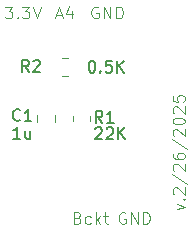
<source format=gbr>
%TF.GenerationSoftware,KiCad,Pcbnew,9.0.0*%
%TF.CreationDate,2025-09-22T19:59:37-07:00*%
%TF.ProjectId,eDNA Tipping Bucket,65444e41-2054-4697-9070-696e67204275,rev?*%
%TF.SameCoordinates,Original*%
%TF.FileFunction,Legend,Top*%
%TF.FilePolarity,Positive*%
%FSLAX46Y46*%
G04 Gerber Fmt 4.6, Leading zero omitted, Abs format (unit mm)*
G04 Created by KiCad (PCBNEW 9.0.0) date 2025-09-22 19:59:37*
%MOMM*%
%LPD*%
G01*
G04 APERTURE LIST*
%ADD10C,0.100000*%
%ADD11C,0.150000*%
%ADD12C,0.120000*%
G04 APERTURE END LIST*
D10*
X142981265Y-86736704D02*
X143457455Y-86736704D01*
X142886027Y-87022419D02*
X143219360Y-86022419D01*
X143219360Y-86022419D02*
X143552693Y-87022419D01*
X144314598Y-86355752D02*
X144314598Y-87022419D01*
X144076503Y-85974800D02*
X143838408Y-86689085D01*
X143838408Y-86689085D02*
X144457455Y-86689085D01*
X138683646Y-86022419D02*
X139302693Y-86022419D01*
X139302693Y-86022419D02*
X138969360Y-86403371D01*
X138969360Y-86403371D02*
X139112217Y-86403371D01*
X139112217Y-86403371D02*
X139207455Y-86450990D01*
X139207455Y-86450990D02*
X139255074Y-86498609D01*
X139255074Y-86498609D02*
X139302693Y-86593847D01*
X139302693Y-86593847D02*
X139302693Y-86831942D01*
X139302693Y-86831942D02*
X139255074Y-86927180D01*
X139255074Y-86927180D02*
X139207455Y-86974800D01*
X139207455Y-86974800D02*
X139112217Y-87022419D01*
X139112217Y-87022419D02*
X138826503Y-87022419D01*
X138826503Y-87022419D02*
X138731265Y-86974800D01*
X138731265Y-86974800D02*
X138683646Y-86927180D01*
X139731265Y-86927180D02*
X139778884Y-86974800D01*
X139778884Y-86974800D02*
X139731265Y-87022419D01*
X139731265Y-87022419D02*
X139683646Y-86974800D01*
X139683646Y-86974800D02*
X139731265Y-86927180D01*
X139731265Y-86927180D02*
X139731265Y-87022419D01*
X140112217Y-86022419D02*
X140731264Y-86022419D01*
X140731264Y-86022419D02*
X140397931Y-86403371D01*
X140397931Y-86403371D02*
X140540788Y-86403371D01*
X140540788Y-86403371D02*
X140636026Y-86450990D01*
X140636026Y-86450990D02*
X140683645Y-86498609D01*
X140683645Y-86498609D02*
X140731264Y-86593847D01*
X140731264Y-86593847D02*
X140731264Y-86831942D01*
X140731264Y-86831942D02*
X140683645Y-86927180D01*
X140683645Y-86927180D02*
X140636026Y-86974800D01*
X140636026Y-86974800D02*
X140540788Y-87022419D01*
X140540788Y-87022419D02*
X140255074Y-87022419D01*
X140255074Y-87022419D02*
X140159836Y-86974800D01*
X140159836Y-86974800D02*
X140112217Y-86927180D01*
X141016979Y-86022419D02*
X141350312Y-87022419D01*
X141350312Y-87022419D02*
X141683645Y-86022419D01*
X144812217Y-103898609D02*
X144955074Y-103946228D01*
X144955074Y-103946228D02*
X145002693Y-103993847D01*
X145002693Y-103993847D02*
X145050312Y-104089085D01*
X145050312Y-104089085D02*
X145050312Y-104231942D01*
X145050312Y-104231942D02*
X145002693Y-104327180D01*
X145002693Y-104327180D02*
X144955074Y-104374800D01*
X144955074Y-104374800D02*
X144859836Y-104422419D01*
X144859836Y-104422419D02*
X144478884Y-104422419D01*
X144478884Y-104422419D02*
X144478884Y-103422419D01*
X144478884Y-103422419D02*
X144812217Y-103422419D01*
X144812217Y-103422419D02*
X144907455Y-103470038D01*
X144907455Y-103470038D02*
X144955074Y-103517657D01*
X144955074Y-103517657D02*
X145002693Y-103612895D01*
X145002693Y-103612895D02*
X145002693Y-103708133D01*
X145002693Y-103708133D02*
X144955074Y-103803371D01*
X144955074Y-103803371D02*
X144907455Y-103850990D01*
X144907455Y-103850990D02*
X144812217Y-103898609D01*
X144812217Y-103898609D02*
X144478884Y-103898609D01*
X145907455Y-104374800D02*
X145812217Y-104422419D01*
X145812217Y-104422419D02*
X145621741Y-104422419D01*
X145621741Y-104422419D02*
X145526503Y-104374800D01*
X145526503Y-104374800D02*
X145478884Y-104327180D01*
X145478884Y-104327180D02*
X145431265Y-104231942D01*
X145431265Y-104231942D02*
X145431265Y-103946228D01*
X145431265Y-103946228D02*
X145478884Y-103850990D01*
X145478884Y-103850990D02*
X145526503Y-103803371D01*
X145526503Y-103803371D02*
X145621741Y-103755752D01*
X145621741Y-103755752D02*
X145812217Y-103755752D01*
X145812217Y-103755752D02*
X145907455Y-103803371D01*
X146336027Y-104422419D02*
X146336027Y-103422419D01*
X146431265Y-104041466D02*
X146716979Y-104422419D01*
X146716979Y-103755752D02*
X146336027Y-104136704D01*
X147002694Y-103755752D02*
X147383646Y-103755752D01*
X147145551Y-103422419D02*
X147145551Y-104279561D01*
X147145551Y-104279561D02*
X147193170Y-104374800D01*
X147193170Y-104374800D02*
X147288408Y-104422419D01*
X147288408Y-104422419D02*
X147383646Y-104422419D01*
X148852693Y-103470038D02*
X148757455Y-103422419D01*
X148757455Y-103422419D02*
X148614598Y-103422419D01*
X148614598Y-103422419D02*
X148471741Y-103470038D01*
X148471741Y-103470038D02*
X148376503Y-103565276D01*
X148376503Y-103565276D02*
X148328884Y-103660514D01*
X148328884Y-103660514D02*
X148281265Y-103850990D01*
X148281265Y-103850990D02*
X148281265Y-103993847D01*
X148281265Y-103993847D02*
X148328884Y-104184323D01*
X148328884Y-104184323D02*
X148376503Y-104279561D01*
X148376503Y-104279561D02*
X148471741Y-104374800D01*
X148471741Y-104374800D02*
X148614598Y-104422419D01*
X148614598Y-104422419D02*
X148709836Y-104422419D01*
X148709836Y-104422419D02*
X148852693Y-104374800D01*
X148852693Y-104374800D02*
X148900312Y-104327180D01*
X148900312Y-104327180D02*
X148900312Y-103993847D01*
X148900312Y-103993847D02*
X148709836Y-103993847D01*
X149328884Y-104422419D02*
X149328884Y-103422419D01*
X149328884Y-103422419D02*
X149900312Y-104422419D01*
X149900312Y-104422419D02*
X149900312Y-103422419D01*
X150376503Y-104422419D02*
X150376503Y-103422419D01*
X150376503Y-103422419D02*
X150614598Y-103422419D01*
X150614598Y-103422419D02*
X150757455Y-103470038D01*
X150757455Y-103470038D02*
X150852693Y-103565276D01*
X150852693Y-103565276D02*
X150900312Y-103660514D01*
X150900312Y-103660514D02*
X150947931Y-103850990D01*
X150947931Y-103850990D02*
X150947931Y-103993847D01*
X150947931Y-103993847D02*
X150900312Y-104184323D01*
X150900312Y-104184323D02*
X150852693Y-104279561D01*
X150852693Y-104279561D02*
X150757455Y-104374800D01*
X150757455Y-104374800D02*
X150614598Y-104422419D01*
X150614598Y-104422419D02*
X150376503Y-104422419D01*
X146552693Y-86070038D02*
X146457455Y-86022419D01*
X146457455Y-86022419D02*
X146314598Y-86022419D01*
X146314598Y-86022419D02*
X146171741Y-86070038D01*
X146171741Y-86070038D02*
X146076503Y-86165276D01*
X146076503Y-86165276D02*
X146028884Y-86260514D01*
X146028884Y-86260514D02*
X145981265Y-86450990D01*
X145981265Y-86450990D02*
X145981265Y-86593847D01*
X145981265Y-86593847D02*
X146028884Y-86784323D01*
X146028884Y-86784323D02*
X146076503Y-86879561D01*
X146076503Y-86879561D02*
X146171741Y-86974800D01*
X146171741Y-86974800D02*
X146314598Y-87022419D01*
X146314598Y-87022419D02*
X146409836Y-87022419D01*
X146409836Y-87022419D02*
X146552693Y-86974800D01*
X146552693Y-86974800D02*
X146600312Y-86927180D01*
X146600312Y-86927180D02*
X146600312Y-86593847D01*
X146600312Y-86593847D02*
X146409836Y-86593847D01*
X147028884Y-87022419D02*
X147028884Y-86022419D01*
X147028884Y-86022419D02*
X147600312Y-87022419D01*
X147600312Y-87022419D02*
X147600312Y-86022419D01*
X148076503Y-87022419D02*
X148076503Y-86022419D01*
X148076503Y-86022419D02*
X148314598Y-86022419D01*
X148314598Y-86022419D02*
X148457455Y-86070038D01*
X148457455Y-86070038D02*
X148552693Y-86165276D01*
X148552693Y-86165276D02*
X148600312Y-86260514D01*
X148600312Y-86260514D02*
X148647931Y-86450990D01*
X148647931Y-86450990D02*
X148647931Y-86593847D01*
X148647931Y-86593847D02*
X148600312Y-86784323D01*
X148600312Y-86784323D02*
X148552693Y-86879561D01*
X148552693Y-86879561D02*
X148457455Y-86974800D01*
X148457455Y-86974800D02*
X148314598Y-87022419D01*
X148314598Y-87022419D02*
X148076503Y-87022419D01*
X153205752Y-103191353D02*
X153872419Y-102953258D01*
X153872419Y-102953258D02*
X153205752Y-102715163D01*
X153777180Y-102334210D02*
X153824800Y-102286591D01*
X153824800Y-102286591D02*
X153872419Y-102334210D01*
X153872419Y-102334210D02*
X153824800Y-102381829D01*
X153824800Y-102381829D02*
X153777180Y-102334210D01*
X153777180Y-102334210D02*
X153872419Y-102334210D01*
X152967657Y-101905639D02*
X152920038Y-101858020D01*
X152920038Y-101858020D02*
X152872419Y-101762782D01*
X152872419Y-101762782D02*
X152872419Y-101524687D01*
X152872419Y-101524687D02*
X152920038Y-101429449D01*
X152920038Y-101429449D02*
X152967657Y-101381830D01*
X152967657Y-101381830D02*
X153062895Y-101334211D01*
X153062895Y-101334211D02*
X153158133Y-101334211D01*
X153158133Y-101334211D02*
X153300990Y-101381830D01*
X153300990Y-101381830D02*
X153872419Y-101953258D01*
X153872419Y-101953258D02*
X153872419Y-101334211D01*
X152824800Y-100191354D02*
X154110514Y-101048496D01*
X152967657Y-99905639D02*
X152920038Y-99858020D01*
X152920038Y-99858020D02*
X152872419Y-99762782D01*
X152872419Y-99762782D02*
X152872419Y-99524687D01*
X152872419Y-99524687D02*
X152920038Y-99429449D01*
X152920038Y-99429449D02*
X152967657Y-99381830D01*
X152967657Y-99381830D02*
X153062895Y-99334211D01*
X153062895Y-99334211D02*
X153158133Y-99334211D01*
X153158133Y-99334211D02*
X153300990Y-99381830D01*
X153300990Y-99381830D02*
X153872419Y-99953258D01*
X153872419Y-99953258D02*
X153872419Y-99334211D01*
X152872419Y-98477068D02*
X152872419Y-98667544D01*
X152872419Y-98667544D02*
X152920038Y-98762782D01*
X152920038Y-98762782D02*
X152967657Y-98810401D01*
X152967657Y-98810401D02*
X153110514Y-98905639D01*
X153110514Y-98905639D02*
X153300990Y-98953258D01*
X153300990Y-98953258D02*
X153681942Y-98953258D01*
X153681942Y-98953258D02*
X153777180Y-98905639D01*
X153777180Y-98905639D02*
X153824800Y-98858020D01*
X153824800Y-98858020D02*
X153872419Y-98762782D01*
X153872419Y-98762782D02*
X153872419Y-98572306D01*
X153872419Y-98572306D02*
X153824800Y-98477068D01*
X153824800Y-98477068D02*
X153777180Y-98429449D01*
X153777180Y-98429449D02*
X153681942Y-98381830D01*
X153681942Y-98381830D02*
X153443847Y-98381830D01*
X153443847Y-98381830D02*
X153348609Y-98429449D01*
X153348609Y-98429449D02*
X153300990Y-98477068D01*
X153300990Y-98477068D02*
X153253371Y-98572306D01*
X153253371Y-98572306D02*
X153253371Y-98762782D01*
X153253371Y-98762782D02*
X153300990Y-98858020D01*
X153300990Y-98858020D02*
X153348609Y-98905639D01*
X153348609Y-98905639D02*
X153443847Y-98953258D01*
X152824800Y-97238973D02*
X154110514Y-98096115D01*
X152967657Y-96953258D02*
X152920038Y-96905639D01*
X152920038Y-96905639D02*
X152872419Y-96810401D01*
X152872419Y-96810401D02*
X152872419Y-96572306D01*
X152872419Y-96572306D02*
X152920038Y-96477068D01*
X152920038Y-96477068D02*
X152967657Y-96429449D01*
X152967657Y-96429449D02*
X153062895Y-96381830D01*
X153062895Y-96381830D02*
X153158133Y-96381830D01*
X153158133Y-96381830D02*
X153300990Y-96429449D01*
X153300990Y-96429449D02*
X153872419Y-97000877D01*
X153872419Y-97000877D02*
X153872419Y-96381830D01*
X152872419Y-95762782D02*
X152872419Y-95667544D01*
X152872419Y-95667544D02*
X152920038Y-95572306D01*
X152920038Y-95572306D02*
X152967657Y-95524687D01*
X152967657Y-95524687D02*
X153062895Y-95477068D01*
X153062895Y-95477068D02*
X153253371Y-95429449D01*
X153253371Y-95429449D02*
X153491466Y-95429449D01*
X153491466Y-95429449D02*
X153681942Y-95477068D01*
X153681942Y-95477068D02*
X153777180Y-95524687D01*
X153777180Y-95524687D02*
X153824800Y-95572306D01*
X153824800Y-95572306D02*
X153872419Y-95667544D01*
X153872419Y-95667544D02*
X153872419Y-95762782D01*
X153872419Y-95762782D02*
X153824800Y-95858020D01*
X153824800Y-95858020D02*
X153777180Y-95905639D01*
X153777180Y-95905639D02*
X153681942Y-95953258D01*
X153681942Y-95953258D02*
X153491466Y-96000877D01*
X153491466Y-96000877D02*
X153253371Y-96000877D01*
X153253371Y-96000877D02*
X153062895Y-95953258D01*
X153062895Y-95953258D02*
X152967657Y-95905639D01*
X152967657Y-95905639D02*
X152920038Y-95858020D01*
X152920038Y-95858020D02*
X152872419Y-95762782D01*
X152967657Y-95048496D02*
X152920038Y-95000877D01*
X152920038Y-95000877D02*
X152872419Y-94905639D01*
X152872419Y-94905639D02*
X152872419Y-94667544D01*
X152872419Y-94667544D02*
X152920038Y-94572306D01*
X152920038Y-94572306D02*
X152967657Y-94524687D01*
X152967657Y-94524687D02*
X153062895Y-94477068D01*
X153062895Y-94477068D02*
X153158133Y-94477068D01*
X153158133Y-94477068D02*
X153300990Y-94524687D01*
X153300990Y-94524687D02*
X153872419Y-95096115D01*
X153872419Y-95096115D02*
X153872419Y-94477068D01*
X152872419Y-93572306D02*
X152872419Y-94048496D01*
X152872419Y-94048496D02*
X153348609Y-94096115D01*
X153348609Y-94096115D02*
X153300990Y-94048496D01*
X153300990Y-94048496D02*
X153253371Y-93953258D01*
X153253371Y-93953258D02*
X153253371Y-93715163D01*
X153253371Y-93715163D02*
X153300990Y-93619925D01*
X153300990Y-93619925D02*
X153348609Y-93572306D01*
X153348609Y-93572306D02*
X153443847Y-93524687D01*
X153443847Y-93524687D02*
X153681942Y-93524687D01*
X153681942Y-93524687D02*
X153777180Y-93572306D01*
X153777180Y-93572306D02*
X153824800Y-93619925D01*
X153824800Y-93619925D02*
X153872419Y-93715163D01*
X153872419Y-93715163D02*
X153872419Y-93953258D01*
X153872419Y-93953258D02*
X153824800Y-94048496D01*
X153824800Y-94048496D02*
X153777180Y-94096115D01*
D11*
X139958333Y-95609580D02*
X139910714Y-95657200D01*
X139910714Y-95657200D02*
X139767857Y-95704819D01*
X139767857Y-95704819D02*
X139672619Y-95704819D01*
X139672619Y-95704819D02*
X139529762Y-95657200D01*
X139529762Y-95657200D02*
X139434524Y-95561961D01*
X139434524Y-95561961D02*
X139386905Y-95466723D01*
X139386905Y-95466723D02*
X139339286Y-95276247D01*
X139339286Y-95276247D02*
X139339286Y-95133390D01*
X139339286Y-95133390D02*
X139386905Y-94942914D01*
X139386905Y-94942914D02*
X139434524Y-94847676D01*
X139434524Y-94847676D02*
X139529762Y-94752438D01*
X139529762Y-94752438D02*
X139672619Y-94704819D01*
X139672619Y-94704819D02*
X139767857Y-94704819D01*
X139767857Y-94704819D02*
X139910714Y-94752438D01*
X139910714Y-94752438D02*
X139958333Y-94800057D01*
X140910714Y-95704819D02*
X140339286Y-95704819D01*
X140625000Y-95704819D02*
X140625000Y-94704819D01*
X140625000Y-94704819D02*
X140529762Y-94847676D01*
X140529762Y-94847676D02*
X140434524Y-94942914D01*
X140434524Y-94942914D02*
X140339286Y-94990533D01*
X139958333Y-97204819D02*
X139386905Y-97204819D01*
X139672619Y-97204819D02*
X139672619Y-96204819D01*
X139672619Y-96204819D02*
X139577381Y-96347676D01*
X139577381Y-96347676D02*
X139482143Y-96442914D01*
X139482143Y-96442914D02*
X139386905Y-96490533D01*
X140815476Y-96538152D02*
X140815476Y-97204819D01*
X140386905Y-96538152D02*
X140386905Y-97061961D01*
X140386905Y-97061961D02*
X140434524Y-97157200D01*
X140434524Y-97157200D02*
X140529762Y-97204819D01*
X140529762Y-97204819D02*
X140672619Y-97204819D01*
X140672619Y-97204819D02*
X140767857Y-97157200D01*
X140767857Y-97157200D02*
X140815476Y-97109580D01*
X146908333Y-95854819D02*
X146575000Y-95378628D01*
X146336905Y-95854819D02*
X146336905Y-94854819D01*
X146336905Y-94854819D02*
X146717857Y-94854819D01*
X146717857Y-94854819D02*
X146813095Y-94902438D01*
X146813095Y-94902438D02*
X146860714Y-94950057D01*
X146860714Y-94950057D02*
X146908333Y-95045295D01*
X146908333Y-95045295D02*
X146908333Y-95188152D01*
X146908333Y-95188152D02*
X146860714Y-95283390D01*
X146860714Y-95283390D02*
X146813095Y-95331009D01*
X146813095Y-95331009D02*
X146717857Y-95378628D01*
X146717857Y-95378628D02*
X146336905Y-95378628D01*
X147860714Y-95854819D02*
X147289286Y-95854819D01*
X147575000Y-95854819D02*
X147575000Y-94854819D01*
X147575000Y-94854819D02*
X147479762Y-94997676D01*
X147479762Y-94997676D02*
X147384524Y-95092914D01*
X147384524Y-95092914D02*
X147289286Y-95140533D01*
X146313095Y-96350057D02*
X146360714Y-96302438D01*
X146360714Y-96302438D02*
X146455952Y-96254819D01*
X146455952Y-96254819D02*
X146694047Y-96254819D01*
X146694047Y-96254819D02*
X146789285Y-96302438D01*
X146789285Y-96302438D02*
X146836904Y-96350057D01*
X146836904Y-96350057D02*
X146884523Y-96445295D01*
X146884523Y-96445295D02*
X146884523Y-96540533D01*
X146884523Y-96540533D02*
X146836904Y-96683390D01*
X146836904Y-96683390D02*
X146265476Y-97254819D01*
X146265476Y-97254819D02*
X146884523Y-97254819D01*
X147265476Y-96350057D02*
X147313095Y-96302438D01*
X147313095Y-96302438D02*
X147408333Y-96254819D01*
X147408333Y-96254819D02*
X147646428Y-96254819D01*
X147646428Y-96254819D02*
X147741666Y-96302438D01*
X147741666Y-96302438D02*
X147789285Y-96350057D01*
X147789285Y-96350057D02*
X147836904Y-96445295D01*
X147836904Y-96445295D02*
X147836904Y-96540533D01*
X147836904Y-96540533D02*
X147789285Y-96683390D01*
X147789285Y-96683390D02*
X147217857Y-97254819D01*
X147217857Y-97254819D02*
X147836904Y-97254819D01*
X148265476Y-97254819D02*
X148265476Y-96254819D01*
X148836904Y-97254819D02*
X148408333Y-96683390D01*
X148836904Y-96254819D02*
X148265476Y-96826247D01*
X140683333Y-91554819D02*
X140350000Y-91078628D01*
X140111905Y-91554819D02*
X140111905Y-90554819D01*
X140111905Y-90554819D02*
X140492857Y-90554819D01*
X140492857Y-90554819D02*
X140588095Y-90602438D01*
X140588095Y-90602438D02*
X140635714Y-90650057D01*
X140635714Y-90650057D02*
X140683333Y-90745295D01*
X140683333Y-90745295D02*
X140683333Y-90888152D01*
X140683333Y-90888152D02*
X140635714Y-90983390D01*
X140635714Y-90983390D02*
X140588095Y-91031009D01*
X140588095Y-91031009D02*
X140492857Y-91078628D01*
X140492857Y-91078628D02*
X140111905Y-91078628D01*
X141064286Y-90650057D02*
X141111905Y-90602438D01*
X141111905Y-90602438D02*
X141207143Y-90554819D01*
X141207143Y-90554819D02*
X141445238Y-90554819D01*
X141445238Y-90554819D02*
X141540476Y-90602438D01*
X141540476Y-90602438D02*
X141588095Y-90650057D01*
X141588095Y-90650057D02*
X141635714Y-90745295D01*
X141635714Y-90745295D02*
X141635714Y-90840533D01*
X141635714Y-90840533D02*
X141588095Y-90983390D01*
X141588095Y-90983390D02*
X141016667Y-91554819D01*
X141016667Y-91554819D02*
X141635714Y-91554819D01*
X145988095Y-90604819D02*
X146083333Y-90604819D01*
X146083333Y-90604819D02*
X146178571Y-90652438D01*
X146178571Y-90652438D02*
X146226190Y-90700057D01*
X146226190Y-90700057D02*
X146273809Y-90795295D01*
X146273809Y-90795295D02*
X146321428Y-90985771D01*
X146321428Y-90985771D02*
X146321428Y-91223866D01*
X146321428Y-91223866D02*
X146273809Y-91414342D01*
X146273809Y-91414342D02*
X146226190Y-91509580D01*
X146226190Y-91509580D02*
X146178571Y-91557200D01*
X146178571Y-91557200D02*
X146083333Y-91604819D01*
X146083333Y-91604819D02*
X145988095Y-91604819D01*
X145988095Y-91604819D02*
X145892857Y-91557200D01*
X145892857Y-91557200D02*
X145845238Y-91509580D01*
X145845238Y-91509580D02*
X145797619Y-91414342D01*
X145797619Y-91414342D02*
X145750000Y-91223866D01*
X145750000Y-91223866D02*
X145750000Y-90985771D01*
X145750000Y-90985771D02*
X145797619Y-90795295D01*
X145797619Y-90795295D02*
X145845238Y-90700057D01*
X145845238Y-90700057D02*
X145892857Y-90652438D01*
X145892857Y-90652438D02*
X145988095Y-90604819D01*
X146750000Y-91509580D02*
X146797619Y-91557200D01*
X146797619Y-91557200D02*
X146750000Y-91604819D01*
X146750000Y-91604819D02*
X146702381Y-91557200D01*
X146702381Y-91557200D02*
X146750000Y-91509580D01*
X146750000Y-91509580D02*
X146750000Y-91604819D01*
X147702380Y-90604819D02*
X147226190Y-90604819D01*
X147226190Y-90604819D02*
X147178571Y-91081009D01*
X147178571Y-91081009D02*
X147226190Y-91033390D01*
X147226190Y-91033390D02*
X147321428Y-90985771D01*
X147321428Y-90985771D02*
X147559523Y-90985771D01*
X147559523Y-90985771D02*
X147654761Y-91033390D01*
X147654761Y-91033390D02*
X147702380Y-91081009D01*
X147702380Y-91081009D02*
X147749999Y-91176247D01*
X147749999Y-91176247D02*
X147749999Y-91414342D01*
X147749999Y-91414342D02*
X147702380Y-91509580D01*
X147702380Y-91509580D02*
X147654761Y-91557200D01*
X147654761Y-91557200D02*
X147559523Y-91604819D01*
X147559523Y-91604819D02*
X147321428Y-91604819D01*
X147321428Y-91604819D02*
X147226190Y-91557200D01*
X147226190Y-91557200D02*
X147178571Y-91509580D01*
X148178571Y-91604819D02*
X148178571Y-90604819D01*
X148749999Y-91604819D02*
X148321428Y-91033390D01*
X148749999Y-90604819D02*
X148178571Y-91176247D01*
D12*
%TO.C,C1*%
X141390000Y-95761252D02*
X141390000Y-95238748D01*
X142860000Y-95761252D02*
X142860000Y-95238748D01*
%TO.C,R1*%
X144390000Y-95727064D02*
X144390000Y-95272936D01*
X145860000Y-95727064D02*
X145860000Y-95272936D01*
%TO.C,R2*%
X143977064Y-90415000D02*
X143522936Y-90415000D01*
X143977064Y-91885000D02*
X143522936Y-91885000D01*
%TD*%
M02*

</source>
